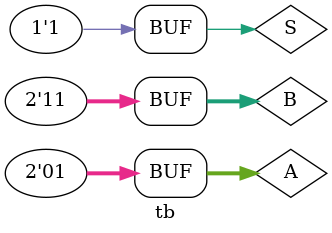
<source format=v>
module tb();

    reg [1:0] A, B; // because A, B has been declared as 2 bits
    reg S;

    wire [1:0] Y;

    mux dut(
        .A(A),
        .B(B),
        .S(S),
        .Y(Y)   
    );

    initial begin
        A <= 2'b01; // because A is 2 bit and i want 1
        B <= 2'b11; // this is 3
        #100;

        S <= 1'b0; // in running through both s to check what value will print out
        #100;
        S <= 1'b1; 
        #100;
    end

    initial begin
        $dumpfile("dump.vcd");
        $dumpvars(0);
    end
endmodule
</source>
